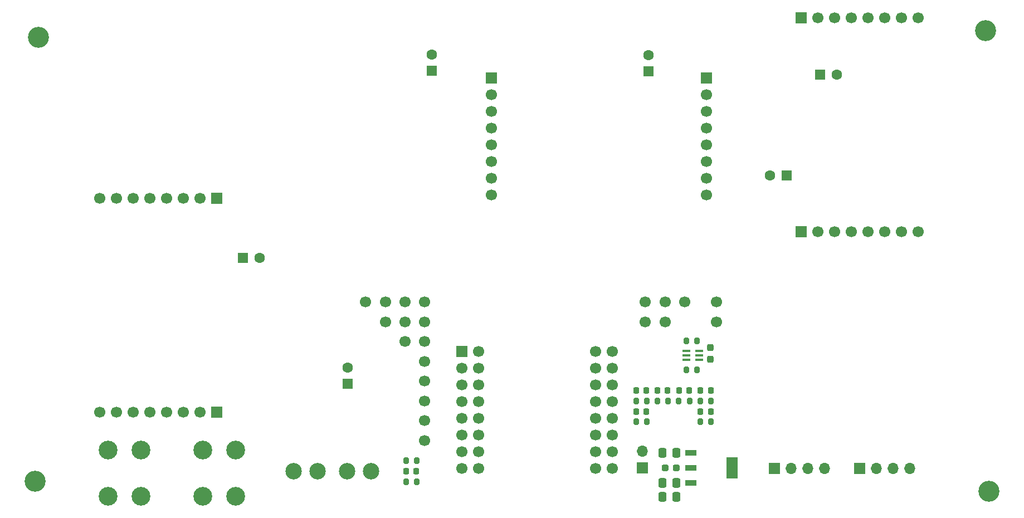
<source format=gbr>
%TF.GenerationSoftware,KiCad,Pcbnew,7.0.5*%
%TF.CreationDate,2023-07-18T15:35:35-04:00*%
%TF.ProjectId,PCBPT_Main_control_V1,50434250-545f-44d6-9169-6e5f636f6e74,rev?*%
%TF.SameCoordinates,Original*%
%TF.FileFunction,Soldermask,Top*%
%TF.FilePolarity,Negative*%
%FSLAX46Y46*%
G04 Gerber Fmt 4.6, Leading zero omitted, Abs format (unit mm)*
G04 Created by KiCad (PCBNEW 7.0.5) date 2023-07-18 15:35:35*
%MOMM*%
%LPD*%
G01*
G04 APERTURE LIST*
G04 Aperture macros list*
%AMRoundRect*
0 Rectangle with rounded corners*
0 $1 Rounding radius*
0 $2 $3 $4 $5 $6 $7 $8 $9 X,Y pos of 4 corners*
0 Add a 4 corners polygon primitive as box body*
4,1,4,$2,$3,$4,$5,$6,$7,$8,$9,$2,$3,0*
0 Add four circle primitives for the rounded corners*
1,1,$1+$1,$2,$3*
1,1,$1+$1,$4,$5*
1,1,$1+$1,$6,$7*
1,1,$1+$1,$8,$9*
0 Add four rect primitives between the rounded corners*
20,1,$1+$1,$2,$3,$4,$5,0*
20,1,$1+$1,$4,$5,$6,$7,0*
20,1,$1+$1,$6,$7,$8,$9,0*
20,1,$1+$1,$8,$9,$2,$3,0*%
G04 Aperture macros list end*
%ADD10R,1.700000X1.700000*%
%ADD11O,1.700000X1.700000*%
%ADD12C,1.700000*%
%ADD13RoundRect,0.200000X0.200000X0.275000X-0.200000X0.275000X-0.200000X-0.275000X0.200000X-0.275000X0*%
%ADD14R,1.600000X1.600000*%
%ADD15C,1.600000*%
%ADD16RoundRect,0.250000X0.337500X0.475000X-0.337500X0.475000X-0.337500X-0.475000X0.337500X-0.475000X0*%
%ADD17C,2.850000*%
%ADD18C,3.200000*%
%ADD19R,1.750000X0.950000*%
%ADD20R,1.750000X3.200000*%
%ADD21RoundRect,0.200000X-0.200000X-0.275000X0.200000X-0.275000X0.200000X0.275000X-0.200000X0.275000X0*%
%ADD22RoundRect,0.218750X0.218750X0.256250X-0.218750X0.256250X-0.218750X-0.256250X0.218750X-0.256250X0*%
%ADD23RoundRect,0.237500X-0.287500X-0.237500X0.287500X-0.237500X0.287500X0.237500X-0.287500X0.237500X0*%
%ADD24R,1.200000X0.400000*%
%ADD25RoundRect,0.237500X0.237500X-0.300000X0.237500X0.300000X-0.237500X0.300000X-0.237500X-0.300000X0*%
%ADD26C,2.500000*%
G04 APERTURE END LIST*
D10*
%TO.C,J8*%
X200550000Y-110250000D03*
D11*
X203090000Y-110250000D03*
X205630000Y-110250000D03*
X208170000Y-110250000D03*
%TD*%
D10*
%TO.C,J4*%
X187670000Y-110250000D03*
D11*
X190210000Y-110250000D03*
X192750000Y-110250000D03*
X195290000Y-110250000D03*
%TD*%
D12*
%TO.C,TP8*%
X178800000Y-85000000D03*
%TD*%
%TO.C,TP7*%
X178800000Y-88000000D03*
%TD*%
D10*
%TO.C,J1*%
X167550000Y-110225000D03*
D11*
X167550000Y-107685000D03*
%TD*%
D13*
%TO.C,R3*%
X171470000Y-100000000D03*
X169820000Y-100000000D03*
%TD*%
D14*
%TO.C,C8*%
X122810000Y-97412380D03*
D15*
X122810000Y-94912380D03*
%TD*%
D12*
%TO.C,TP15*%
X134500000Y-94000000D03*
%TD*%
%TO.C,TP6*%
X131500000Y-85000000D03*
%TD*%
D16*
%TO.C,C16*%
X172687500Y-114600000D03*
X170612500Y-114600000D03*
%TD*%
D17*
%TO.C,J2*%
X105800000Y-107500000D03*
X105800000Y-114510000D03*
X100800000Y-107500000D03*
X100800000Y-114510000D03*
%TD*%
D13*
%TO.C,R2*%
X168257500Y-103200000D03*
X166607500Y-103200000D03*
%TD*%
D12*
%TO.C,TP23*%
X171000000Y-85000000D03*
%TD*%
D18*
%TO.C,H1*%
X75250000Y-112250000D03*
%TD*%
D12*
%TO.C,TP20*%
X171000000Y-88000000D03*
%TD*%
D16*
%TO.C,C15*%
X172687500Y-107900000D03*
X170612500Y-107900000D03*
%TD*%
D19*
%TO.C,IC1*%
X174900000Y-107900000D03*
X174900000Y-110200000D03*
X174900000Y-112500000D03*
D20*
X181200000Y-110200000D03*
%TD*%
D10*
%TO.C,U2*%
X102840000Y-101715000D03*
D12*
X100300000Y-101715000D03*
X97760000Y-101715000D03*
X95220000Y-101715000D03*
X92680000Y-101715000D03*
X90140000Y-101715000D03*
X87600000Y-101715000D03*
X85060000Y-101715000D03*
%TD*%
%TO.C,TP2*%
X134500000Y-100000000D03*
%TD*%
%TO.C,TP14*%
X134500000Y-106000000D03*
%TD*%
D14*
%TO.C,C11*%
X168460000Y-49922380D03*
D15*
X168460000Y-47422380D03*
%TD*%
D12*
%TO.C,TP16*%
X125500000Y-85000000D03*
%TD*%
D18*
%TO.C,H4*%
X220250000Y-113750000D03*
%TD*%
D13*
%TO.C,R4*%
X178007500Y-100000000D03*
X176357500Y-100000000D03*
%TD*%
D21*
%TO.C,R9*%
X174250000Y-90900000D03*
X175900000Y-90900000D03*
%TD*%
D14*
%TO.C,C12*%
X194577621Y-50400000D03*
D15*
X197077621Y-50400000D03*
%TD*%
D22*
%TO.C,D3*%
X171412500Y-98400000D03*
X169837500Y-98400000D03*
%TD*%
D23*
%TO.C,D8*%
X171005000Y-110200000D03*
X172755000Y-110200000D03*
%TD*%
D10*
%TO.C,U3*%
X144640000Y-50935000D03*
D12*
X144640000Y-53475000D03*
X144640000Y-56015000D03*
X144640000Y-58555000D03*
X144640000Y-61095000D03*
X144640000Y-63635000D03*
X144640000Y-66175000D03*
X144640000Y-68715000D03*
%TD*%
D22*
%TO.C,D2*%
X168200000Y-101600000D03*
X166625000Y-101600000D03*
%TD*%
D18*
%TO.C,H3*%
X219750000Y-43750000D03*
%TD*%
D12*
%TO.C,TP4*%
X134500000Y-103000000D03*
%TD*%
%TO.C,TP12*%
X134500000Y-88000000D03*
%TD*%
D10*
%TO.C,U6*%
X191720000Y-74285000D03*
D12*
X194260000Y-74285000D03*
X196800000Y-74285000D03*
X199340000Y-74285000D03*
X201880000Y-74285000D03*
X204420000Y-74285000D03*
X206960000Y-74285000D03*
X209500000Y-74285000D03*
%TD*%
D22*
%TO.C,D4*%
X177950000Y-98400000D03*
X176375000Y-98400000D03*
%TD*%
D21*
%TO.C,R8*%
X174250000Y-95300000D03*
X175900000Y-95300000D03*
%TD*%
D22*
%TO.C,D1*%
X133217500Y-110700000D03*
X131642500Y-110700000D03*
%TD*%
D12*
%TO.C,TP11*%
X128500000Y-85000000D03*
%TD*%
D22*
%TO.C,D7*%
X177950000Y-101600000D03*
X176375000Y-101600000D03*
%TD*%
D13*
%TO.C,R6*%
X174757500Y-100000000D03*
X173107500Y-100000000D03*
%TD*%
D24*
%TO.C,IC2*%
X176175000Y-93750000D03*
X176175000Y-93100000D03*
X176175000Y-92450000D03*
X174275000Y-92450000D03*
X174275000Y-93100000D03*
X174275000Y-93750000D03*
%TD*%
D12*
%TO.C,TP18*%
X128500000Y-88000000D03*
%TD*%
D14*
%TO.C,C13*%
X189452380Y-65710000D03*
D15*
X186952380Y-65710000D03*
%TD*%
D10*
%TO.C,U5*%
X191660000Y-41785000D03*
D12*
X194200000Y-41785000D03*
X196740000Y-41785000D03*
X199280000Y-41785000D03*
X201820000Y-41785000D03*
X204360000Y-41785000D03*
X206900000Y-41785000D03*
X209440000Y-41785000D03*
%TD*%
D22*
%TO.C,D5*%
X168200000Y-98400000D03*
X166625000Y-98400000D03*
%TD*%
D17*
%TO.C,J3*%
X91330000Y-107500000D03*
X91330000Y-114510000D03*
X86330000Y-107500000D03*
X86330000Y-114510000D03*
%TD*%
D14*
%TO.C,C10*%
X135520000Y-49842380D03*
D15*
X135520000Y-47342380D03*
%TD*%
D12*
%TO.C,TP17*%
X131500000Y-91000000D03*
%TD*%
D14*
%TO.C,C9*%
X106857621Y-78290000D03*
D15*
X109357621Y-78290000D03*
%TD*%
D12*
%TO.C,TP1*%
X134500000Y-85000000D03*
%TD*%
%TO.C,TP13*%
X134500000Y-97000000D03*
%TD*%
D10*
%TO.C,U1*%
X102840000Y-69215000D03*
D12*
X100300000Y-69215000D03*
X97760000Y-69215000D03*
X95220000Y-69215000D03*
X92680000Y-69215000D03*
X90140000Y-69215000D03*
X87600000Y-69215000D03*
X85060000Y-69215000D03*
%TD*%
D10*
%TO.C,U7*%
X140095000Y-92460000D03*
D12*
X140095000Y-95000000D03*
X140095000Y-97540000D03*
X140095000Y-100080000D03*
X140095000Y-102620000D03*
X140095000Y-105160000D03*
X140095000Y-107700000D03*
X140095000Y-110240000D03*
X162955000Y-110240000D03*
X162955000Y-107700000D03*
X162955000Y-105160000D03*
X162955000Y-102620000D03*
X162955000Y-100080000D03*
X162955000Y-97540000D03*
X162955000Y-95000000D03*
X162955000Y-92460000D03*
X142635000Y-92460000D03*
X142635000Y-95000000D03*
X142635000Y-97540000D03*
X142635000Y-100080000D03*
X142635000Y-102620000D03*
X142635000Y-105160000D03*
X142635000Y-107700000D03*
X142635000Y-110240000D03*
X160415000Y-110240000D03*
X160415000Y-107700000D03*
X160415000Y-105160000D03*
X160415000Y-102620000D03*
X160415000Y-100080000D03*
X160415000Y-97540000D03*
X160415000Y-95000000D03*
X160415000Y-92460000D03*
%TD*%
%TO.C,TP5*%
X131500000Y-88000000D03*
%TD*%
%TO.C,TP21*%
X168000000Y-85000000D03*
%TD*%
D13*
%TO.C,R7*%
X178007500Y-103200000D03*
X176357500Y-103200000D03*
%TD*%
D18*
%TO.C,H2*%
X75750000Y-44750000D03*
%TD*%
D13*
%TO.C,R1*%
X133275000Y-109100000D03*
X131625000Y-109100000D03*
%TD*%
%TO.C,R5*%
X168257500Y-100000000D03*
X166607500Y-100000000D03*
%TD*%
D12*
%TO.C,TP19*%
X174000000Y-85000000D03*
%TD*%
%TO.C,TP22*%
X168000000Y-88000000D03*
%TD*%
D16*
%TO.C,C17*%
X172687500Y-112500000D03*
X170612500Y-112500000D03*
%TD*%
D25*
%TO.C,C6*%
X177875000Y-93662500D03*
X177875000Y-91937500D03*
%TD*%
D13*
%TO.C,R10*%
X133275000Y-112300000D03*
X131625000Y-112300000D03*
%TD*%
D22*
%TO.C,D6*%
X174700000Y-98400000D03*
X173125000Y-98400000D03*
%TD*%
D26*
%TO.C,U8*%
X114555000Y-110700000D03*
X118215000Y-110700000D03*
X122685000Y-110700000D03*
X126345000Y-110700000D03*
%TD*%
D10*
%TO.C,U4*%
X177290000Y-50935000D03*
D12*
X177290000Y-53475000D03*
X177290000Y-56015000D03*
X177290000Y-58555000D03*
X177290000Y-61095000D03*
X177290000Y-63635000D03*
X177290000Y-66175000D03*
X177290000Y-68715000D03*
%TD*%
%TO.C,TP3*%
X134500000Y-91000000D03*
%TD*%
M02*

</source>
